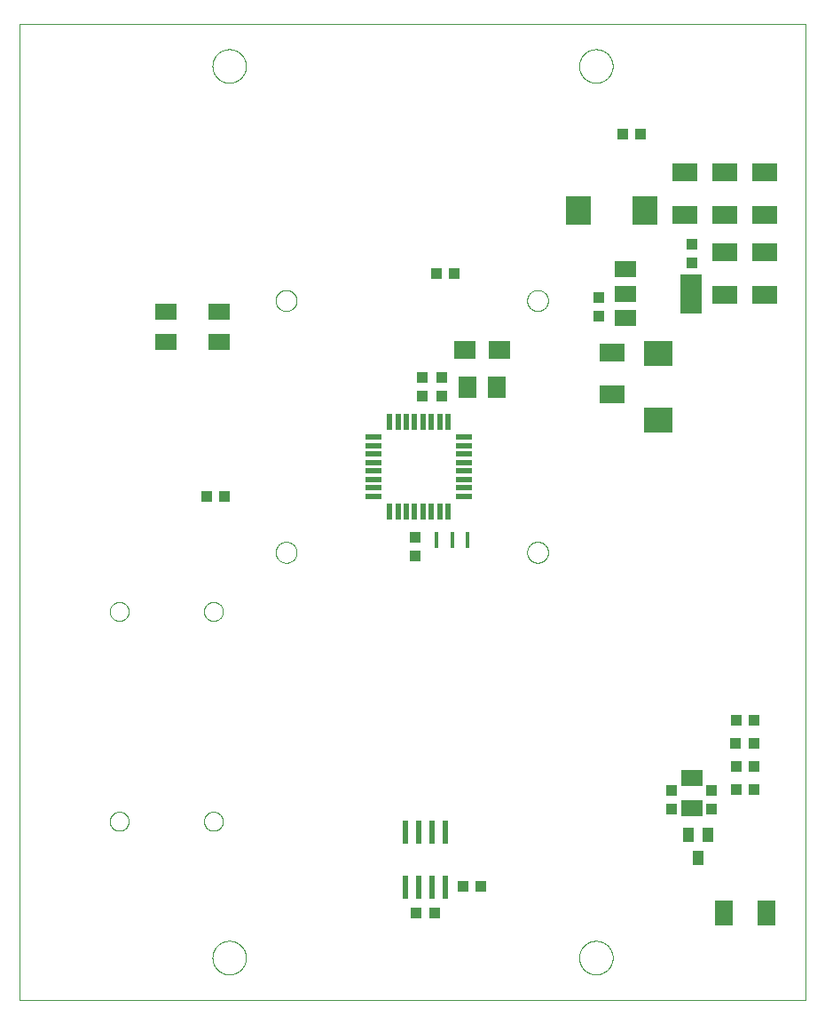
<source format=gtp>
G75*
%MOIN*%
%OFA0B0*%
%FSLAX25Y25*%
%IPPOS*%
%LPD*%
%AMOC8*
5,1,8,0,0,1.08239X$1,22.5*
%
%ADD10C,0.00000*%
%ADD11R,0.04134X0.04252*%
%ADD12R,0.08465X0.07087*%
%ADD13R,0.04252X0.04134*%
%ADD14R,0.03937X0.04331*%
%ADD15R,0.09449X0.11024*%
%ADD16R,0.11024X0.09449*%
%ADD17R,0.09449X0.07087*%
%ADD18R,0.07087X0.09449*%
%ADD19R,0.02000X0.06000*%
%ADD20R,0.06000X0.02000*%
%ADD21R,0.02362X0.08661*%
%ADD22R,0.07874X0.05906*%
%ADD23R,0.07874X0.14961*%
%ADD24R,0.03937X0.05512*%
%ADD25R,0.07874X0.06299*%
%ADD26R,0.04331X0.03937*%
%ADD27R,0.07087X0.07874*%
%ADD28R,0.01575X0.06299*%
D10*
X0001600Y0001600D02*
X0001600Y0367742D01*
X0296876Y0367742D01*
X0296876Y0001600D01*
X0001600Y0001600D01*
X0035468Y0068529D02*
X0035470Y0068648D01*
X0035476Y0068766D01*
X0035486Y0068884D01*
X0035500Y0069002D01*
X0035517Y0069119D01*
X0035539Y0069236D01*
X0035565Y0069352D01*
X0035594Y0069467D01*
X0035627Y0069581D01*
X0035664Y0069693D01*
X0035705Y0069805D01*
X0035750Y0069915D01*
X0035798Y0070023D01*
X0035850Y0070130D01*
X0035905Y0070235D01*
X0035964Y0070338D01*
X0036026Y0070439D01*
X0036091Y0070538D01*
X0036160Y0070635D01*
X0036232Y0070729D01*
X0036307Y0070821D01*
X0036385Y0070910D01*
X0036466Y0070997D01*
X0036550Y0071081D01*
X0036637Y0071162D01*
X0036726Y0071240D01*
X0036818Y0071315D01*
X0036912Y0071387D01*
X0037009Y0071456D01*
X0037108Y0071521D01*
X0037209Y0071583D01*
X0037312Y0071642D01*
X0037417Y0071697D01*
X0037524Y0071749D01*
X0037632Y0071797D01*
X0037742Y0071842D01*
X0037854Y0071883D01*
X0037966Y0071920D01*
X0038080Y0071953D01*
X0038195Y0071982D01*
X0038311Y0072008D01*
X0038428Y0072030D01*
X0038545Y0072047D01*
X0038663Y0072061D01*
X0038781Y0072071D01*
X0038899Y0072077D01*
X0039018Y0072079D01*
X0039137Y0072077D01*
X0039255Y0072071D01*
X0039373Y0072061D01*
X0039491Y0072047D01*
X0039608Y0072030D01*
X0039725Y0072008D01*
X0039841Y0071982D01*
X0039956Y0071953D01*
X0040070Y0071920D01*
X0040182Y0071883D01*
X0040294Y0071842D01*
X0040404Y0071797D01*
X0040512Y0071749D01*
X0040619Y0071697D01*
X0040724Y0071642D01*
X0040827Y0071583D01*
X0040928Y0071521D01*
X0041027Y0071456D01*
X0041124Y0071387D01*
X0041218Y0071315D01*
X0041310Y0071240D01*
X0041399Y0071162D01*
X0041486Y0071081D01*
X0041570Y0070997D01*
X0041651Y0070910D01*
X0041729Y0070821D01*
X0041804Y0070729D01*
X0041876Y0070635D01*
X0041945Y0070538D01*
X0042010Y0070439D01*
X0042072Y0070338D01*
X0042131Y0070235D01*
X0042186Y0070130D01*
X0042238Y0070023D01*
X0042286Y0069915D01*
X0042331Y0069805D01*
X0042372Y0069693D01*
X0042409Y0069581D01*
X0042442Y0069467D01*
X0042471Y0069352D01*
X0042497Y0069236D01*
X0042519Y0069119D01*
X0042536Y0069002D01*
X0042550Y0068884D01*
X0042560Y0068766D01*
X0042566Y0068648D01*
X0042568Y0068529D01*
X0042566Y0068410D01*
X0042560Y0068292D01*
X0042550Y0068174D01*
X0042536Y0068056D01*
X0042519Y0067939D01*
X0042497Y0067822D01*
X0042471Y0067706D01*
X0042442Y0067591D01*
X0042409Y0067477D01*
X0042372Y0067365D01*
X0042331Y0067253D01*
X0042286Y0067143D01*
X0042238Y0067035D01*
X0042186Y0066928D01*
X0042131Y0066823D01*
X0042072Y0066720D01*
X0042010Y0066619D01*
X0041945Y0066520D01*
X0041876Y0066423D01*
X0041804Y0066329D01*
X0041729Y0066237D01*
X0041651Y0066148D01*
X0041570Y0066061D01*
X0041486Y0065977D01*
X0041399Y0065896D01*
X0041310Y0065818D01*
X0041218Y0065743D01*
X0041124Y0065671D01*
X0041027Y0065602D01*
X0040928Y0065537D01*
X0040827Y0065475D01*
X0040724Y0065416D01*
X0040619Y0065361D01*
X0040512Y0065309D01*
X0040404Y0065261D01*
X0040294Y0065216D01*
X0040182Y0065175D01*
X0040070Y0065138D01*
X0039956Y0065105D01*
X0039841Y0065076D01*
X0039725Y0065050D01*
X0039608Y0065028D01*
X0039491Y0065011D01*
X0039373Y0064997D01*
X0039255Y0064987D01*
X0039137Y0064981D01*
X0039018Y0064979D01*
X0038899Y0064981D01*
X0038781Y0064987D01*
X0038663Y0064997D01*
X0038545Y0065011D01*
X0038428Y0065028D01*
X0038311Y0065050D01*
X0038195Y0065076D01*
X0038080Y0065105D01*
X0037966Y0065138D01*
X0037854Y0065175D01*
X0037742Y0065216D01*
X0037632Y0065261D01*
X0037524Y0065309D01*
X0037417Y0065361D01*
X0037312Y0065416D01*
X0037209Y0065475D01*
X0037108Y0065537D01*
X0037009Y0065602D01*
X0036912Y0065671D01*
X0036818Y0065743D01*
X0036726Y0065818D01*
X0036637Y0065896D01*
X0036550Y0065977D01*
X0036466Y0066061D01*
X0036385Y0066148D01*
X0036307Y0066237D01*
X0036232Y0066329D01*
X0036160Y0066423D01*
X0036091Y0066520D01*
X0036026Y0066619D01*
X0035964Y0066720D01*
X0035905Y0066823D01*
X0035850Y0066928D01*
X0035798Y0067035D01*
X0035750Y0067143D01*
X0035705Y0067253D01*
X0035664Y0067365D01*
X0035627Y0067477D01*
X0035594Y0067591D01*
X0035565Y0067706D01*
X0035539Y0067822D01*
X0035517Y0067939D01*
X0035500Y0068056D01*
X0035486Y0068174D01*
X0035476Y0068292D01*
X0035470Y0068410D01*
X0035468Y0068529D01*
X0070868Y0068529D02*
X0070870Y0068648D01*
X0070876Y0068766D01*
X0070886Y0068884D01*
X0070900Y0069002D01*
X0070917Y0069119D01*
X0070939Y0069236D01*
X0070965Y0069352D01*
X0070994Y0069467D01*
X0071027Y0069581D01*
X0071064Y0069693D01*
X0071105Y0069805D01*
X0071150Y0069915D01*
X0071198Y0070023D01*
X0071250Y0070130D01*
X0071305Y0070235D01*
X0071364Y0070338D01*
X0071426Y0070439D01*
X0071491Y0070538D01*
X0071560Y0070635D01*
X0071632Y0070729D01*
X0071707Y0070821D01*
X0071785Y0070910D01*
X0071866Y0070997D01*
X0071950Y0071081D01*
X0072037Y0071162D01*
X0072126Y0071240D01*
X0072218Y0071315D01*
X0072312Y0071387D01*
X0072409Y0071456D01*
X0072508Y0071521D01*
X0072609Y0071583D01*
X0072712Y0071642D01*
X0072817Y0071697D01*
X0072924Y0071749D01*
X0073032Y0071797D01*
X0073142Y0071842D01*
X0073254Y0071883D01*
X0073366Y0071920D01*
X0073480Y0071953D01*
X0073595Y0071982D01*
X0073711Y0072008D01*
X0073828Y0072030D01*
X0073945Y0072047D01*
X0074063Y0072061D01*
X0074181Y0072071D01*
X0074299Y0072077D01*
X0074418Y0072079D01*
X0074537Y0072077D01*
X0074655Y0072071D01*
X0074773Y0072061D01*
X0074891Y0072047D01*
X0075008Y0072030D01*
X0075125Y0072008D01*
X0075241Y0071982D01*
X0075356Y0071953D01*
X0075470Y0071920D01*
X0075582Y0071883D01*
X0075694Y0071842D01*
X0075804Y0071797D01*
X0075912Y0071749D01*
X0076019Y0071697D01*
X0076124Y0071642D01*
X0076227Y0071583D01*
X0076328Y0071521D01*
X0076427Y0071456D01*
X0076524Y0071387D01*
X0076618Y0071315D01*
X0076710Y0071240D01*
X0076799Y0071162D01*
X0076886Y0071081D01*
X0076970Y0070997D01*
X0077051Y0070910D01*
X0077129Y0070821D01*
X0077204Y0070729D01*
X0077276Y0070635D01*
X0077345Y0070538D01*
X0077410Y0070439D01*
X0077472Y0070338D01*
X0077531Y0070235D01*
X0077586Y0070130D01*
X0077638Y0070023D01*
X0077686Y0069915D01*
X0077731Y0069805D01*
X0077772Y0069693D01*
X0077809Y0069581D01*
X0077842Y0069467D01*
X0077871Y0069352D01*
X0077897Y0069236D01*
X0077919Y0069119D01*
X0077936Y0069002D01*
X0077950Y0068884D01*
X0077960Y0068766D01*
X0077966Y0068648D01*
X0077968Y0068529D01*
X0077966Y0068410D01*
X0077960Y0068292D01*
X0077950Y0068174D01*
X0077936Y0068056D01*
X0077919Y0067939D01*
X0077897Y0067822D01*
X0077871Y0067706D01*
X0077842Y0067591D01*
X0077809Y0067477D01*
X0077772Y0067365D01*
X0077731Y0067253D01*
X0077686Y0067143D01*
X0077638Y0067035D01*
X0077586Y0066928D01*
X0077531Y0066823D01*
X0077472Y0066720D01*
X0077410Y0066619D01*
X0077345Y0066520D01*
X0077276Y0066423D01*
X0077204Y0066329D01*
X0077129Y0066237D01*
X0077051Y0066148D01*
X0076970Y0066061D01*
X0076886Y0065977D01*
X0076799Y0065896D01*
X0076710Y0065818D01*
X0076618Y0065743D01*
X0076524Y0065671D01*
X0076427Y0065602D01*
X0076328Y0065537D01*
X0076227Y0065475D01*
X0076124Y0065416D01*
X0076019Y0065361D01*
X0075912Y0065309D01*
X0075804Y0065261D01*
X0075694Y0065216D01*
X0075582Y0065175D01*
X0075470Y0065138D01*
X0075356Y0065105D01*
X0075241Y0065076D01*
X0075125Y0065050D01*
X0075008Y0065028D01*
X0074891Y0065011D01*
X0074773Y0064997D01*
X0074655Y0064987D01*
X0074537Y0064981D01*
X0074418Y0064979D01*
X0074299Y0064981D01*
X0074181Y0064987D01*
X0074063Y0064997D01*
X0073945Y0065011D01*
X0073828Y0065028D01*
X0073711Y0065050D01*
X0073595Y0065076D01*
X0073480Y0065105D01*
X0073366Y0065138D01*
X0073254Y0065175D01*
X0073142Y0065216D01*
X0073032Y0065261D01*
X0072924Y0065309D01*
X0072817Y0065361D01*
X0072712Y0065416D01*
X0072609Y0065475D01*
X0072508Y0065537D01*
X0072409Y0065602D01*
X0072312Y0065671D01*
X0072218Y0065743D01*
X0072126Y0065818D01*
X0072037Y0065896D01*
X0071950Y0065977D01*
X0071866Y0066061D01*
X0071785Y0066148D01*
X0071707Y0066237D01*
X0071632Y0066329D01*
X0071560Y0066423D01*
X0071491Y0066520D01*
X0071426Y0066619D01*
X0071364Y0066720D01*
X0071305Y0066823D01*
X0071250Y0066928D01*
X0071198Y0067035D01*
X0071150Y0067143D01*
X0071105Y0067253D01*
X0071064Y0067365D01*
X0071027Y0067477D01*
X0070994Y0067591D01*
X0070965Y0067706D01*
X0070939Y0067822D01*
X0070917Y0067939D01*
X0070900Y0068056D01*
X0070886Y0068174D01*
X0070876Y0068292D01*
X0070870Y0068410D01*
X0070868Y0068529D01*
X0074041Y0017348D02*
X0074043Y0017506D01*
X0074049Y0017664D01*
X0074059Y0017822D01*
X0074073Y0017980D01*
X0074091Y0018137D01*
X0074112Y0018294D01*
X0074138Y0018450D01*
X0074168Y0018606D01*
X0074201Y0018761D01*
X0074239Y0018914D01*
X0074280Y0019067D01*
X0074325Y0019219D01*
X0074374Y0019370D01*
X0074427Y0019519D01*
X0074483Y0019667D01*
X0074543Y0019813D01*
X0074607Y0019958D01*
X0074675Y0020101D01*
X0074746Y0020243D01*
X0074820Y0020383D01*
X0074898Y0020520D01*
X0074980Y0020656D01*
X0075064Y0020790D01*
X0075153Y0020921D01*
X0075244Y0021050D01*
X0075339Y0021177D01*
X0075436Y0021302D01*
X0075537Y0021424D01*
X0075641Y0021543D01*
X0075748Y0021660D01*
X0075858Y0021774D01*
X0075971Y0021885D01*
X0076086Y0021994D01*
X0076204Y0022099D01*
X0076325Y0022201D01*
X0076448Y0022301D01*
X0076574Y0022397D01*
X0076702Y0022490D01*
X0076832Y0022580D01*
X0076965Y0022666D01*
X0077100Y0022750D01*
X0077236Y0022829D01*
X0077375Y0022906D01*
X0077516Y0022978D01*
X0077658Y0023048D01*
X0077802Y0023113D01*
X0077948Y0023175D01*
X0078095Y0023233D01*
X0078244Y0023288D01*
X0078394Y0023339D01*
X0078545Y0023386D01*
X0078697Y0023429D01*
X0078850Y0023468D01*
X0079005Y0023504D01*
X0079160Y0023535D01*
X0079316Y0023563D01*
X0079472Y0023587D01*
X0079629Y0023607D01*
X0079787Y0023623D01*
X0079944Y0023635D01*
X0080103Y0023643D01*
X0080261Y0023647D01*
X0080419Y0023647D01*
X0080577Y0023643D01*
X0080736Y0023635D01*
X0080893Y0023623D01*
X0081051Y0023607D01*
X0081208Y0023587D01*
X0081364Y0023563D01*
X0081520Y0023535D01*
X0081675Y0023504D01*
X0081830Y0023468D01*
X0081983Y0023429D01*
X0082135Y0023386D01*
X0082286Y0023339D01*
X0082436Y0023288D01*
X0082585Y0023233D01*
X0082732Y0023175D01*
X0082878Y0023113D01*
X0083022Y0023048D01*
X0083164Y0022978D01*
X0083305Y0022906D01*
X0083444Y0022829D01*
X0083580Y0022750D01*
X0083715Y0022666D01*
X0083848Y0022580D01*
X0083978Y0022490D01*
X0084106Y0022397D01*
X0084232Y0022301D01*
X0084355Y0022201D01*
X0084476Y0022099D01*
X0084594Y0021994D01*
X0084709Y0021885D01*
X0084822Y0021774D01*
X0084932Y0021660D01*
X0085039Y0021543D01*
X0085143Y0021424D01*
X0085244Y0021302D01*
X0085341Y0021177D01*
X0085436Y0021050D01*
X0085527Y0020921D01*
X0085616Y0020790D01*
X0085700Y0020656D01*
X0085782Y0020520D01*
X0085860Y0020383D01*
X0085934Y0020243D01*
X0086005Y0020101D01*
X0086073Y0019958D01*
X0086137Y0019813D01*
X0086197Y0019667D01*
X0086253Y0019519D01*
X0086306Y0019370D01*
X0086355Y0019219D01*
X0086400Y0019067D01*
X0086441Y0018914D01*
X0086479Y0018761D01*
X0086512Y0018606D01*
X0086542Y0018450D01*
X0086568Y0018294D01*
X0086589Y0018137D01*
X0086607Y0017980D01*
X0086621Y0017822D01*
X0086631Y0017664D01*
X0086637Y0017506D01*
X0086639Y0017348D01*
X0086637Y0017190D01*
X0086631Y0017032D01*
X0086621Y0016874D01*
X0086607Y0016716D01*
X0086589Y0016559D01*
X0086568Y0016402D01*
X0086542Y0016246D01*
X0086512Y0016090D01*
X0086479Y0015935D01*
X0086441Y0015782D01*
X0086400Y0015629D01*
X0086355Y0015477D01*
X0086306Y0015326D01*
X0086253Y0015177D01*
X0086197Y0015029D01*
X0086137Y0014883D01*
X0086073Y0014738D01*
X0086005Y0014595D01*
X0085934Y0014453D01*
X0085860Y0014313D01*
X0085782Y0014176D01*
X0085700Y0014040D01*
X0085616Y0013906D01*
X0085527Y0013775D01*
X0085436Y0013646D01*
X0085341Y0013519D01*
X0085244Y0013394D01*
X0085143Y0013272D01*
X0085039Y0013153D01*
X0084932Y0013036D01*
X0084822Y0012922D01*
X0084709Y0012811D01*
X0084594Y0012702D01*
X0084476Y0012597D01*
X0084355Y0012495D01*
X0084232Y0012395D01*
X0084106Y0012299D01*
X0083978Y0012206D01*
X0083848Y0012116D01*
X0083715Y0012030D01*
X0083580Y0011946D01*
X0083444Y0011867D01*
X0083305Y0011790D01*
X0083164Y0011718D01*
X0083022Y0011648D01*
X0082878Y0011583D01*
X0082732Y0011521D01*
X0082585Y0011463D01*
X0082436Y0011408D01*
X0082286Y0011357D01*
X0082135Y0011310D01*
X0081983Y0011267D01*
X0081830Y0011228D01*
X0081675Y0011192D01*
X0081520Y0011161D01*
X0081364Y0011133D01*
X0081208Y0011109D01*
X0081051Y0011089D01*
X0080893Y0011073D01*
X0080736Y0011061D01*
X0080577Y0011053D01*
X0080419Y0011049D01*
X0080261Y0011049D01*
X0080103Y0011053D01*
X0079944Y0011061D01*
X0079787Y0011073D01*
X0079629Y0011089D01*
X0079472Y0011109D01*
X0079316Y0011133D01*
X0079160Y0011161D01*
X0079005Y0011192D01*
X0078850Y0011228D01*
X0078697Y0011267D01*
X0078545Y0011310D01*
X0078394Y0011357D01*
X0078244Y0011408D01*
X0078095Y0011463D01*
X0077948Y0011521D01*
X0077802Y0011583D01*
X0077658Y0011648D01*
X0077516Y0011718D01*
X0077375Y0011790D01*
X0077236Y0011867D01*
X0077100Y0011946D01*
X0076965Y0012030D01*
X0076832Y0012116D01*
X0076702Y0012206D01*
X0076574Y0012299D01*
X0076448Y0012395D01*
X0076325Y0012495D01*
X0076204Y0012597D01*
X0076086Y0012702D01*
X0075971Y0012811D01*
X0075858Y0012922D01*
X0075748Y0013036D01*
X0075641Y0013153D01*
X0075537Y0013272D01*
X0075436Y0013394D01*
X0075339Y0013519D01*
X0075244Y0013646D01*
X0075153Y0013775D01*
X0075064Y0013906D01*
X0074980Y0014040D01*
X0074898Y0014176D01*
X0074820Y0014313D01*
X0074746Y0014453D01*
X0074675Y0014595D01*
X0074607Y0014738D01*
X0074543Y0014883D01*
X0074483Y0015029D01*
X0074427Y0015177D01*
X0074374Y0015326D01*
X0074325Y0015477D01*
X0074280Y0015629D01*
X0074239Y0015782D01*
X0074201Y0015935D01*
X0074168Y0016090D01*
X0074138Y0016246D01*
X0074112Y0016402D01*
X0074091Y0016559D01*
X0074073Y0016716D01*
X0074059Y0016874D01*
X0074049Y0017032D01*
X0074043Y0017190D01*
X0074041Y0017348D01*
X0070868Y0147269D02*
X0070870Y0147388D01*
X0070876Y0147506D01*
X0070886Y0147624D01*
X0070900Y0147742D01*
X0070917Y0147859D01*
X0070939Y0147976D01*
X0070965Y0148092D01*
X0070994Y0148207D01*
X0071027Y0148321D01*
X0071064Y0148433D01*
X0071105Y0148545D01*
X0071150Y0148655D01*
X0071198Y0148763D01*
X0071250Y0148870D01*
X0071305Y0148975D01*
X0071364Y0149078D01*
X0071426Y0149179D01*
X0071491Y0149278D01*
X0071560Y0149375D01*
X0071632Y0149469D01*
X0071707Y0149561D01*
X0071785Y0149650D01*
X0071866Y0149737D01*
X0071950Y0149821D01*
X0072037Y0149902D01*
X0072126Y0149980D01*
X0072218Y0150055D01*
X0072312Y0150127D01*
X0072409Y0150196D01*
X0072508Y0150261D01*
X0072609Y0150323D01*
X0072712Y0150382D01*
X0072817Y0150437D01*
X0072924Y0150489D01*
X0073032Y0150537D01*
X0073142Y0150582D01*
X0073254Y0150623D01*
X0073366Y0150660D01*
X0073480Y0150693D01*
X0073595Y0150722D01*
X0073711Y0150748D01*
X0073828Y0150770D01*
X0073945Y0150787D01*
X0074063Y0150801D01*
X0074181Y0150811D01*
X0074299Y0150817D01*
X0074418Y0150819D01*
X0074537Y0150817D01*
X0074655Y0150811D01*
X0074773Y0150801D01*
X0074891Y0150787D01*
X0075008Y0150770D01*
X0075125Y0150748D01*
X0075241Y0150722D01*
X0075356Y0150693D01*
X0075470Y0150660D01*
X0075582Y0150623D01*
X0075694Y0150582D01*
X0075804Y0150537D01*
X0075912Y0150489D01*
X0076019Y0150437D01*
X0076124Y0150382D01*
X0076227Y0150323D01*
X0076328Y0150261D01*
X0076427Y0150196D01*
X0076524Y0150127D01*
X0076618Y0150055D01*
X0076710Y0149980D01*
X0076799Y0149902D01*
X0076886Y0149821D01*
X0076970Y0149737D01*
X0077051Y0149650D01*
X0077129Y0149561D01*
X0077204Y0149469D01*
X0077276Y0149375D01*
X0077345Y0149278D01*
X0077410Y0149179D01*
X0077472Y0149078D01*
X0077531Y0148975D01*
X0077586Y0148870D01*
X0077638Y0148763D01*
X0077686Y0148655D01*
X0077731Y0148545D01*
X0077772Y0148433D01*
X0077809Y0148321D01*
X0077842Y0148207D01*
X0077871Y0148092D01*
X0077897Y0147976D01*
X0077919Y0147859D01*
X0077936Y0147742D01*
X0077950Y0147624D01*
X0077960Y0147506D01*
X0077966Y0147388D01*
X0077968Y0147269D01*
X0077966Y0147150D01*
X0077960Y0147032D01*
X0077950Y0146914D01*
X0077936Y0146796D01*
X0077919Y0146679D01*
X0077897Y0146562D01*
X0077871Y0146446D01*
X0077842Y0146331D01*
X0077809Y0146217D01*
X0077772Y0146105D01*
X0077731Y0145993D01*
X0077686Y0145883D01*
X0077638Y0145775D01*
X0077586Y0145668D01*
X0077531Y0145563D01*
X0077472Y0145460D01*
X0077410Y0145359D01*
X0077345Y0145260D01*
X0077276Y0145163D01*
X0077204Y0145069D01*
X0077129Y0144977D01*
X0077051Y0144888D01*
X0076970Y0144801D01*
X0076886Y0144717D01*
X0076799Y0144636D01*
X0076710Y0144558D01*
X0076618Y0144483D01*
X0076524Y0144411D01*
X0076427Y0144342D01*
X0076328Y0144277D01*
X0076227Y0144215D01*
X0076124Y0144156D01*
X0076019Y0144101D01*
X0075912Y0144049D01*
X0075804Y0144001D01*
X0075694Y0143956D01*
X0075582Y0143915D01*
X0075470Y0143878D01*
X0075356Y0143845D01*
X0075241Y0143816D01*
X0075125Y0143790D01*
X0075008Y0143768D01*
X0074891Y0143751D01*
X0074773Y0143737D01*
X0074655Y0143727D01*
X0074537Y0143721D01*
X0074418Y0143719D01*
X0074299Y0143721D01*
X0074181Y0143727D01*
X0074063Y0143737D01*
X0073945Y0143751D01*
X0073828Y0143768D01*
X0073711Y0143790D01*
X0073595Y0143816D01*
X0073480Y0143845D01*
X0073366Y0143878D01*
X0073254Y0143915D01*
X0073142Y0143956D01*
X0073032Y0144001D01*
X0072924Y0144049D01*
X0072817Y0144101D01*
X0072712Y0144156D01*
X0072609Y0144215D01*
X0072508Y0144277D01*
X0072409Y0144342D01*
X0072312Y0144411D01*
X0072218Y0144483D01*
X0072126Y0144558D01*
X0072037Y0144636D01*
X0071950Y0144717D01*
X0071866Y0144801D01*
X0071785Y0144888D01*
X0071707Y0144977D01*
X0071632Y0145069D01*
X0071560Y0145163D01*
X0071491Y0145260D01*
X0071426Y0145359D01*
X0071364Y0145460D01*
X0071305Y0145563D01*
X0071250Y0145668D01*
X0071198Y0145775D01*
X0071150Y0145883D01*
X0071105Y0145993D01*
X0071064Y0146105D01*
X0071027Y0146217D01*
X0070994Y0146331D01*
X0070965Y0146446D01*
X0070939Y0146562D01*
X0070917Y0146679D01*
X0070900Y0146796D01*
X0070886Y0146914D01*
X0070876Y0147032D01*
X0070870Y0147150D01*
X0070868Y0147269D01*
X0035468Y0147269D02*
X0035470Y0147388D01*
X0035476Y0147506D01*
X0035486Y0147624D01*
X0035500Y0147742D01*
X0035517Y0147859D01*
X0035539Y0147976D01*
X0035565Y0148092D01*
X0035594Y0148207D01*
X0035627Y0148321D01*
X0035664Y0148433D01*
X0035705Y0148545D01*
X0035750Y0148655D01*
X0035798Y0148763D01*
X0035850Y0148870D01*
X0035905Y0148975D01*
X0035964Y0149078D01*
X0036026Y0149179D01*
X0036091Y0149278D01*
X0036160Y0149375D01*
X0036232Y0149469D01*
X0036307Y0149561D01*
X0036385Y0149650D01*
X0036466Y0149737D01*
X0036550Y0149821D01*
X0036637Y0149902D01*
X0036726Y0149980D01*
X0036818Y0150055D01*
X0036912Y0150127D01*
X0037009Y0150196D01*
X0037108Y0150261D01*
X0037209Y0150323D01*
X0037312Y0150382D01*
X0037417Y0150437D01*
X0037524Y0150489D01*
X0037632Y0150537D01*
X0037742Y0150582D01*
X0037854Y0150623D01*
X0037966Y0150660D01*
X0038080Y0150693D01*
X0038195Y0150722D01*
X0038311Y0150748D01*
X0038428Y0150770D01*
X0038545Y0150787D01*
X0038663Y0150801D01*
X0038781Y0150811D01*
X0038899Y0150817D01*
X0039018Y0150819D01*
X0039137Y0150817D01*
X0039255Y0150811D01*
X0039373Y0150801D01*
X0039491Y0150787D01*
X0039608Y0150770D01*
X0039725Y0150748D01*
X0039841Y0150722D01*
X0039956Y0150693D01*
X0040070Y0150660D01*
X0040182Y0150623D01*
X0040294Y0150582D01*
X0040404Y0150537D01*
X0040512Y0150489D01*
X0040619Y0150437D01*
X0040724Y0150382D01*
X0040827Y0150323D01*
X0040928Y0150261D01*
X0041027Y0150196D01*
X0041124Y0150127D01*
X0041218Y0150055D01*
X0041310Y0149980D01*
X0041399Y0149902D01*
X0041486Y0149821D01*
X0041570Y0149737D01*
X0041651Y0149650D01*
X0041729Y0149561D01*
X0041804Y0149469D01*
X0041876Y0149375D01*
X0041945Y0149278D01*
X0042010Y0149179D01*
X0042072Y0149078D01*
X0042131Y0148975D01*
X0042186Y0148870D01*
X0042238Y0148763D01*
X0042286Y0148655D01*
X0042331Y0148545D01*
X0042372Y0148433D01*
X0042409Y0148321D01*
X0042442Y0148207D01*
X0042471Y0148092D01*
X0042497Y0147976D01*
X0042519Y0147859D01*
X0042536Y0147742D01*
X0042550Y0147624D01*
X0042560Y0147506D01*
X0042566Y0147388D01*
X0042568Y0147269D01*
X0042566Y0147150D01*
X0042560Y0147032D01*
X0042550Y0146914D01*
X0042536Y0146796D01*
X0042519Y0146679D01*
X0042497Y0146562D01*
X0042471Y0146446D01*
X0042442Y0146331D01*
X0042409Y0146217D01*
X0042372Y0146105D01*
X0042331Y0145993D01*
X0042286Y0145883D01*
X0042238Y0145775D01*
X0042186Y0145668D01*
X0042131Y0145563D01*
X0042072Y0145460D01*
X0042010Y0145359D01*
X0041945Y0145260D01*
X0041876Y0145163D01*
X0041804Y0145069D01*
X0041729Y0144977D01*
X0041651Y0144888D01*
X0041570Y0144801D01*
X0041486Y0144717D01*
X0041399Y0144636D01*
X0041310Y0144558D01*
X0041218Y0144483D01*
X0041124Y0144411D01*
X0041027Y0144342D01*
X0040928Y0144277D01*
X0040827Y0144215D01*
X0040724Y0144156D01*
X0040619Y0144101D01*
X0040512Y0144049D01*
X0040404Y0144001D01*
X0040294Y0143956D01*
X0040182Y0143915D01*
X0040070Y0143878D01*
X0039956Y0143845D01*
X0039841Y0143816D01*
X0039725Y0143790D01*
X0039608Y0143768D01*
X0039491Y0143751D01*
X0039373Y0143737D01*
X0039255Y0143727D01*
X0039137Y0143721D01*
X0039018Y0143719D01*
X0038899Y0143721D01*
X0038781Y0143727D01*
X0038663Y0143737D01*
X0038545Y0143751D01*
X0038428Y0143768D01*
X0038311Y0143790D01*
X0038195Y0143816D01*
X0038080Y0143845D01*
X0037966Y0143878D01*
X0037854Y0143915D01*
X0037742Y0143956D01*
X0037632Y0144001D01*
X0037524Y0144049D01*
X0037417Y0144101D01*
X0037312Y0144156D01*
X0037209Y0144215D01*
X0037108Y0144277D01*
X0037009Y0144342D01*
X0036912Y0144411D01*
X0036818Y0144483D01*
X0036726Y0144558D01*
X0036637Y0144636D01*
X0036550Y0144717D01*
X0036466Y0144801D01*
X0036385Y0144888D01*
X0036307Y0144977D01*
X0036232Y0145069D01*
X0036160Y0145163D01*
X0036091Y0145260D01*
X0036026Y0145359D01*
X0035964Y0145460D01*
X0035905Y0145563D01*
X0035850Y0145668D01*
X0035798Y0145775D01*
X0035750Y0145883D01*
X0035705Y0145993D01*
X0035664Y0146105D01*
X0035627Y0146217D01*
X0035594Y0146331D01*
X0035565Y0146446D01*
X0035539Y0146562D01*
X0035517Y0146679D01*
X0035500Y0146796D01*
X0035486Y0146914D01*
X0035476Y0147032D01*
X0035470Y0147150D01*
X0035468Y0147269D01*
X0097801Y0169474D02*
X0097803Y0169599D01*
X0097809Y0169724D01*
X0097819Y0169848D01*
X0097833Y0169972D01*
X0097850Y0170096D01*
X0097872Y0170219D01*
X0097898Y0170341D01*
X0097927Y0170463D01*
X0097960Y0170583D01*
X0097998Y0170702D01*
X0098038Y0170821D01*
X0098083Y0170937D01*
X0098131Y0171052D01*
X0098183Y0171166D01*
X0098239Y0171278D01*
X0098298Y0171388D01*
X0098360Y0171496D01*
X0098426Y0171603D01*
X0098495Y0171707D01*
X0098568Y0171808D01*
X0098643Y0171908D01*
X0098722Y0172005D01*
X0098804Y0172099D01*
X0098889Y0172191D01*
X0098976Y0172280D01*
X0099067Y0172366D01*
X0099160Y0172449D01*
X0099256Y0172530D01*
X0099354Y0172607D01*
X0099454Y0172681D01*
X0099557Y0172752D01*
X0099662Y0172819D01*
X0099770Y0172884D01*
X0099879Y0172944D01*
X0099990Y0173002D01*
X0100103Y0173055D01*
X0100217Y0173105D01*
X0100333Y0173152D01*
X0100450Y0173194D01*
X0100569Y0173233D01*
X0100689Y0173269D01*
X0100810Y0173300D01*
X0100932Y0173328D01*
X0101054Y0173351D01*
X0101178Y0173371D01*
X0101302Y0173387D01*
X0101426Y0173399D01*
X0101551Y0173407D01*
X0101676Y0173411D01*
X0101800Y0173411D01*
X0101925Y0173407D01*
X0102050Y0173399D01*
X0102174Y0173387D01*
X0102298Y0173371D01*
X0102422Y0173351D01*
X0102544Y0173328D01*
X0102666Y0173300D01*
X0102787Y0173269D01*
X0102907Y0173233D01*
X0103026Y0173194D01*
X0103143Y0173152D01*
X0103259Y0173105D01*
X0103373Y0173055D01*
X0103486Y0173002D01*
X0103597Y0172944D01*
X0103707Y0172884D01*
X0103814Y0172819D01*
X0103919Y0172752D01*
X0104022Y0172681D01*
X0104122Y0172607D01*
X0104220Y0172530D01*
X0104316Y0172449D01*
X0104409Y0172366D01*
X0104500Y0172280D01*
X0104587Y0172191D01*
X0104672Y0172099D01*
X0104754Y0172005D01*
X0104833Y0171908D01*
X0104908Y0171808D01*
X0104981Y0171707D01*
X0105050Y0171603D01*
X0105116Y0171496D01*
X0105178Y0171388D01*
X0105237Y0171278D01*
X0105293Y0171166D01*
X0105345Y0171052D01*
X0105393Y0170937D01*
X0105438Y0170821D01*
X0105478Y0170702D01*
X0105516Y0170583D01*
X0105549Y0170463D01*
X0105578Y0170341D01*
X0105604Y0170219D01*
X0105626Y0170096D01*
X0105643Y0169972D01*
X0105657Y0169848D01*
X0105667Y0169724D01*
X0105673Y0169599D01*
X0105675Y0169474D01*
X0105673Y0169349D01*
X0105667Y0169224D01*
X0105657Y0169100D01*
X0105643Y0168976D01*
X0105626Y0168852D01*
X0105604Y0168729D01*
X0105578Y0168607D01*
X0105549Y0168485D01*
X0105516Y0168365D01*
X0105478Y0168246D01*
X0105438Y0168127D01*
X0105393Y0168011D01*
X0105345Y0167896D01*
X0105293Y0167782D01*
X0105237Y0167670D01*
X0105178Y0167560D01*
X0105116Y0167452D01*
X0105050Y0167345D01*
X0104981Y0167241D01*
X0104908Y0167140D01*
X0104833Y0167040D01*
X0104754Y0166943D01*
X0104672Y0166849D01*
X0104587Y0166757D01*
X0104500Y0166668D01*
X0104409Y0166582D01*
X0104316Y0166499D01*
X0104220Y0166418D01*
X0104122Y0166341D01*
X0104022Y0166267D01*
X0103919Y0166196D01*
X0103814Y0166129D01*
X0103706Y0166064D01*
X0103597Y0166004D01*
X0103486Y0165946D01*
X0103373Y0165893D01*
X0103259Y0165843D01*
X0103143Y0165796D01*
X0103026Y0165754D01*
X0102907Y0165715D01*
X0102787Y0165679D01*
X0102666Y0165648D01*
X0102544Y0165620D01*
X0102422Y0165597D01*
X0102298Y0165577D01*
X0102174Y0165561D01*
X0102050Y0165549D01*
X0101925Y0165541D01*
X0101800Y0165537D01*
X0101676Y0165537D01*
X0101551Y0165541D01*
X0101426Y0165549D01*
X0101302Y0165561D01*
X0101178Y0165577D01*
X0101054Y0165597D01*
X0100932Y0165620D01*
X0100810Y0165648D01*
X0100689Y0165679D01*
X0100569Y0165715D01*
X0100450Y0165754D01*
X0100333Y0165796D01*
X0100217Y0165843D01*
X0100103Y0165893D01*
X0099990Y0165946D01*
X0099879Y0166004D01*
X0099769Y0166064D01*
X0099662Y0166129D01*
X0099557Y0166196D01*
X0099454Y0166267D01*
X0099354Y0166341D01*
X0099256Y0166418D01*
X0099160Y0166499D01*
X0099067Y0166582D01*
X0098976Y0166668D01*
X0098889Y0166757D01*
X0098804Y0166849D01*
X0098722Y0166943D01*
X0098643Y0167040D01*
X0098568Y0167140D01*
X0098495Y0167241D01*
X0098426Y0167345D01*
X0098360Y0167452D01*
X0098298Y0167560D01*
X0098239Y0167670D01*
X0098183Y0167782D01*
X0098131Y0167896D01*
X0098083Y0168011D01*
X0098038Y0168127D01*
X0097998Y0168246D01*
X0097960Y0168365D01*
X0097927Y0168485D01*
X0097898Y0168607D01*
X0097872Y0168729D01*
X0097850Y0168852D01*
X0097833Y0168976D01*
X0097819Y0169100D01*
X0097809Y0169224D01*
X0097803Y0169349D01*
X0097801Y0169474D01*
X0097801Y0263962D02*
X0097803Y0264087D01*
X0097809Y0264212D01*
X0097819Y0264336D01*
X0097833Y0264460D01*
X0097850Y0264584D01*
X0097872Y0264707D01*
X0097898Y0264829D01*
X0097927Y0264951D01*
X0097960Y0265071D01*
X0097998Y0265190D01*
X0098038Y0265309D01*
X0098083Y0265425D01*
X0098131Y0265540D01*
X0098183Y0265654D01*
X0098239Y0265766D01*
X0098298Y0265876D01*
X0098360Y0265984D01*
X0098426Y0266091D01*
X0098495Y0266195D01*
X0098568Y0266296D01*
X0098643Y0266396D01*
X0098722Y0266493D01*
X0098804Y0266587D01*
X0098889Y0266679D01*
X0098976Y0266768D01*
X0099067Y0266854D01*
X0099160Y0266937D01*
X0099256Y0267018D01*
X0099354Y0267095D01*
X0099454Y0267169D01*
X0099557Y0267240D01*
X0099662Y0267307D01*
X0099770Y0267372D01*
X0099879Y0267432D01*
X0099990Y0267490D01*
X0100103Y0267543D01*
X0100217Y0267593D01*
X0100333Y0267640D01*
X0100450Y0267682D01*
X0100569Y0267721D01*
X0100689Y0267757D01*
X0100810Y0267788D01*
X0100932Y0267816D01*
X0101054Y0267839D01*
X0101178Y0267859D01*
X0101302Y0267875D01*
X0101426Y0267887D01*
X0101551Y0267895D01*
X0101676Y0267899D01*
X0101800Y0267899D01*
X0101925Y0267895D01*
X0102050Y0267887D01*
X0102174Y0267875D01*
X0102298Y0267859D01*
X0102422Y0267839D01*
X0102544Y0267816D01*
X0102666Y0267788D01*
X0102787Y0267757D01*
X0102907Y0267721D01*
X0103026Y0267682D01*
X0103143Y0267640D01*
X0103259Y0267593D01*
X0103373Y0267543D01*
X0103486Y0267490D01*
X0103597Y0267432D01*
X0103707Y0267372D01*
X0103814Y0267307D01*
X0103919Y0267240D01*
X0104022Y0267169D01*
X0104122Y0267095D01*
X0104220Y0267018D01*
X0104316Y0266937D01*
X0104409Y0266854D01*
X0104500Y0266768D01*
X0104587Y0266679D01*
X0104672Y0266587D01*
X0104754Y0266493D01*
X0104833Y0266396D01*
X0104908Y0266296D01*
X0104981Y0266195D01*
X0105050Y0266091D01*
X0105116Y0265984D01*
X0105178Y0265876D01*
X0105237Y0265766D01*
X0105293Y0265654D01*
X0105345Y0265540D01*
X0105393Y0265425D01*
X0105438Y0265309D01*
X0105478Y0265190D01*
X0105516Y0265071D01*
X0105549Y0264951D01*
X0105578Y0264829D01*
X0105604Y0264707D01*
X0105626Y0264584D01*
X0105643Y0264460D01*
X0105657Y0264336D01*
X0105667Y0264212D01*
X0105673Y0264087D01*
X0105675Y0263962D01*
X0105673Y0263837D01*
X0105667Y0263712D01*
X0105657Y0263588D01*
X0105643Y0263464D01*
X0105626Y0263340D01*
X0105604Y0263217D01*
X0105578Y0263095D01*
X0105549Y0262973D01*
X0105516Y0262853D01*
X0105478Y0262734D01*
X0105438Y0262615D01*
X0105393Y0262499D01*
X0105345Y0262384D01*
X0105293Y0262270D01*
X0105237Y0262158D01*
X0105178Y0262048D01*
X0105116Y0261940D01*
X0105050Y0261833D01*
X0104981Y0261729D01*
X0104908Y0261628D01*
X0104833Y0261528D01*
X0104754Y0261431D01*
X0104672Y0261337D01*
X0104587Y0261245D01*
X0104500Y0261156D01*
X0104409Y0261070D01*
X0104316Y0260987D01*
X0104220Y0260906D01*
X0104122Y0260829D01*
X0104022Y0260755D01*
X0103919Y0260684D01*
X0103814Y0260617D01*
X0103706Y0260552D01*
X0103597Y0260492D01*
X0103486Y0260434D01*
X0103373Y0260381D01*
X0103259Y0260331D01*
X0103143Y0260284D01*
X0103026Y0260242D01*
X0102907Y0260203D01*
X0102787Y0260167D01*
X0102666Y0260136D01*
X0102544Y0260108D01*
X0102422Y0260085D01*
X0102298Y0260065D01*
X0102174Y0260049D01*
X0102050Y0260037D01*
X0101925Y0260029D01*
X0101800Y0260025D01*
X0101676Y0260025D01*
X0101551Y0260029D01*
X0101426Y0260037D01*
X0101302Y0260049D01*
X0101178Y0260065D01*
X0101054Y0260085D01*
X0100932Y0260108D01*
X0100810Y0260136D01*
X0100689Y0260167D01*
X0100569Y0260203D01*
X0100450Y0260242D01*
X0100333Y0260284D01*
X0100217Y0260331D01*
X0100103Y0260381D01*
X0099990Y0260434D01*
X0099879Y0260492D01*
X0099769Y0260552D01*
X0099662Y0260617D01*
X0099557Y0260684D01*
X0099454Y0260755D01*
X0099354Y0260829D01*
X0099256Y0260906D01*
X0099160Y0260987D01*
X0099067Y0261070D01*
X0098976Y0261156D01*
X0098889Y0261245D01*
X0098804Y0261337D01*
X0098722Y0261431D01*
X0098643Y0261528D01*
X0098568Y0261628D01*
X0098495Y0261729D01*
X0098426Y0261833D01*
X0098360Y0261940D01*
X0098298Y0262048D01*
X0098239Y0262158D01*
X0098183Y0262270D01*
X0098131Y0262384D01*
X0098083Y0262499D01*
X0098038Y0262615D01*
X0097998Y0262734D01*
X0097960Y0262853D01*
X0097927Y0262973D01*
X0097898Y0263095D01*
X0097872Y0263217D01*
X0097850Y0263340D01*
X0097833Y0263464D01*
X0097819Y0263588D01*
X0097809Y0263712D01*
X0097803Y0263837D01*
X0097801Y0263962D01*
X0074041Y0351994D02*
X0074043Y0352152D01*
X0074049Y0352310D01*
X0074059Y0352468D01*
X0074073Y0352626D01*
X0074091Y0352783D01*
X0074112Y0352940D01*
X0074138Y0353096D01*
X0074168Y0353252D01*
X0074201Y0353407D01*
X0074239Y0353560D01*
X0074280Y0353713D01*
X0074325Y0353865D01*
X0074374Y0354016D01*
X0074427Y0354165D01*
X0074483Y0354313D01*
X0074543Y0354459D01*
X0074607Y0354604D01*
X0074675Y0354747D01*
X0074746Y0354889D01*
X0074820Y0355029D01*
X0074898Y0355166D01*
X0074980Y0355302D01*
X0075064Y0355436D01*
X0075153Y0355567D01*
X0075244Y0355696D01*
X0075339Y0355823D01*
X0075436Y0355948D01*
X0075537Y0356070D01*
X0075641Y0356189D01*
X0075748Y0356306D01*
X0075858Y0356420D01*
X0075971Y0356531D01*
X0076086Y0356640D01*
X0076204Y0356745D01*
X0076325Y0356847D01*
X0076448Y0356947D01*
X0076574Y0357043D01*
X0076702Y0357136D01*
X0076832Y0357226D01*
X0076965Y0357312D01*
X0077100Y0357396D01*
X0077236Y0357475D01*
X0077375Y0357552D01*
X0077516Y0357624D01*
X0077658Y0357694D01*
X0077802Y0357759D01*
X0077948Y0357821D01*
X0078095Y0357879D01*
X0078244Y0357934D01*
X0078394Y0357985D01*
X0078545Y0358032D01*
X0078697Y0358075D01*
X0078850Y0358114D01*
X0079005Y0358150D01*
X0079160Y0358181D01*
X0079316Y0358209D01*
X0079472Y0358233D01*
X0079629Y0358253D01*
X0079787Y0358269D01*
X0079944Y0358281D01*
X0080103Y0358289D01*
X0080261Y0358293D01*
X0080419Y0358293D01*
X0080577Y0358289D01*
X0080736Y0358281D01*
X0080893Y0358269D01*
X0081051Y0358253D01*
X0081208Y0358233D01*
X0081364Y0358209D01*
X0081520Y0358181D01*
X0081675Y0358150D01*
X0081830Y0358114D01*
X0081983Y0358075D01*
X0082135Y0358032D01*
X0082286Y0357985D01*
X0082436Y0357934D01*
X0082585Y0357879D01*
X0082732Y0357821D01*
X0082878Y0357759D01*
X0083022Y0357694D01*
X0083164Y0357624D01*
X0083305Y0357552D01*
X0083444Y0357475D01*
X0083580Y0357396D01*
X0083715Y0357312D01*
X0083848Y0357226D01*
X0083978Y0357136D01*
X0084106Y0357043D01*
X0084232Y0356947D01*
X0084355Y0356847D01*
X0084476Y0356745D01*
X0084594Y0356640D01*
X0084709Y0356531D01*
X0084822Y0356420D01*
X0084932Y0356306D01*
X0085039Y0356189D01*
X0085143Y0356070D01*
X0085244Y0355948D01*
X0085341Y0355823D01*
X0085436Y0355696D01*
X0085527Y0355567D01*
X0085616Y0355436D01*
X0085700Y0355302D01*
X0085782Y0355166D01*
X0085860Y0355029D01*
X0085934Y0354889D01*
X0086005Y0354747D01*
X0086073Y0354604D01*
X0086137Y0354459D01*
X0086197Y0354313D01*
X0086253Y0354165D01*
X0086306Y0354016D01*
X0086355Y0353865D01*
X0086400Y0353713D01*
X0086441Y0353560D01*
X0086479Y0353407D01*
X0086512Y0353252D01*
X0086542Y0353096D01*
X0086568Y0352940D01*
X0086589Y0352783D01*
X0086607Y0352626D01*
X0086621Y0352468D01*
X0086631Y0352310D01*
X0086637Y0352152D01*
X0086639Y0351994D01*
X0086637Y0351836D01*
X0086631Y0351678D01*
X0086621Y0351520D01*
X0086607Y0351362D01*
X0086589Y0351205D01*
X0086568Y0351048D01*
X0086542Y0350892D01*
X0086512Y0350736D01*
X0086479Y0350581D01*
X0086441Y0350428D01*
X0086400Y0350275D01*
X0086355Y0350123D01*
X0086306Y0349972D01*
X0086253Y0349823D01*
X0086197Y0349675D01*
X0086137Y0349529D01*
X0086073Y0349384D01*
X0086005Y0349241D01*
X0085934Y0349099D01*
X0085860Y0348959D01*
X0085782Y0348822D01*
X0085700Y0348686D01*
X0085616Y0348552D01*
X0085527Y0348421D01*
X0085436Y0348292D01*
X0085341Y0348165D01*
X0085244Y0348040D01*
X0085143Y0347918D01*
X0085039Y0347799D01*
X0084932Y0347682D01*
X0084822Y0347568D01*
X0084709Y0347457D01*
X0084594Y0347348D01*
X0084476Y0347243D01*
X0084355Y0347141D01*
X0084232Y0347041D01*
X0084106Y0346945D01*
X0083978Y0346852D01*
X0083848Y0346762D01*
X0083715Y0346676D01*
X0083580Y0346592D01*
X0083444Y0346513D01*
X0083305Y0346436D01*
X0083164Y0346364D01*
X0083022Y0346294D01*
X0082878Y0346229D01*
X0082732Y0346167D01*
X0082585Y0346109D01*
X0082436Y0346054D01*
X0082286Y0346003D01*
X0082135Y0345956D01*
X0081983Y0345913D01*
X0081830Y0345874D01*
X0081675Y0345838D01*
X0081520Y0345807D01*
X0081364Y0345779D01*
X0081208Y0345755D01*
X0081051Y0345735D01*
X0080893Y0345719D01*
X0080736Y0345707D01*
X0080577Y0345699D01*
X0080419Y0345695D01*
X0080261Y0345695D01*
X0080103Y0345699D01*
X0079944Y0345707D01*
X0079787Y0345719D01*
X0079629Y0345735D01*
X0079472Y0345755D01*
X0079316Y0345779D01*
X0079160Y0345807D01*
X0079005Y0345838D01*
X0078850Y0345874D01*
X0078697Y0345913D01*
X0078545Y0345956D01*
X0078394Y0346003D01*
X0078244Y0346054D01*
X0078095Y0346109D01*
X0077948Y0346167D01*
X0077802Y0346229D01*
X0077658Y0346294D01*
X0077516Y0346364D01*
X0077375Y0346436D01*
X0077236Y0346513D01*
X0077100Y0346592D01*
X0076965Y0346676D01*
X0076832Y0346762D01*
X0076702Y0346852D01*
X0076574Y0346945D01*
X0076448Y0347041D01*
X0076325Y0347141D01*
X0076204Y0347243D01*
X0076086Y0347348D01*
X0075971Y0347457D01*
X0075858Y0347568D01*
X0075748Y0347682D01*
X0075641Y0347799D01*
X0075537Y0347918D01*
X0075436Y0348040D01*
X0075339Y0348165D01*
X0075244Y0348292D01*
X0075153Y0348421D01*
X0075064Y0348552D01*
X0074980Y0348686D01*
X0074898Y0348822D01*
X0074820Y0348959D01*
X0074746Y0349099D01*
X0074675Y0349241D01*
X0074607Y0349384D01*
X0074543Y0349529D01*
X0074483Y0349675D01*
X0074427Y0349823D01*
X0074374Y0349972D01*
X0074325Y0350123D01*
X0074280Y0350275D01*
X0074239Y0350428D01*
X0074201Y0350581D01*
X0074168Y0350736D01*
X0074138Y0350892D01*
X0074112Y0351048D01*
X0074091Y0351205D01*
X0074073Y0351362D01*
X0074059Y0351520D01*
X0074049Y0351678D01*
X0074043Y0351836D01*
X0074041Y0351994D01*
X0192289Y0263962D02*
X0192291Y0264087D01*
X0192297Y0264212D01*
X0192307Y0264336D01*
X0192321Y0264460D01*
X0192338Y0264584D01*
X0192360Y0264707D01*
X0192386Y0264829D01*
X0192415Y0264951D01*
X0192448Y0265071D01*
X0192486Y0265190D01*
X0192526Y0265309D01*
X0192571Y0265425D01*
X0192619Y0265540D01*
X0192671Y0265654D01*
X0192727Y0265766D01*
X0192786Y0265876D01*
X0192848Y0265984D01*
X0192914Y0266091D01*
X0192983Y0266195D01*
X0193056Y0266296D01*
X0193131Y0266396D01*
X0193210Y0266493D01*
X0193292Y0266587D01*
X0193377Y0266679D01*
X0193464Y0266768D01*
X0193555Y0266854D01*
X0193648Y0266937D01*
X0193744Y0267018D01*
X0193842Y0267095D01*
X0193942Y0267169D01*
X0194045Y0267240D01*
X0194150Y0267307D01*
X0194258Y0267372D01*
X0194367Y0267432D01*
X0194478Y0267490D01*
X0194591Y0267543D01*
X0194705Y0267593D01*
X0194821Y0267640D01*
X0194938Y0267682D01*
X0195057Y0267721D01*
X0195177Y0267757D01*
X0195298Y0267788D01*
X0195420Y0267816D01*
X0195542Y0267839D01*
X0195666Y0267859D01*
X0195790Y0267875D01*
X0195914Y0267887D01*
X0196039Y0267895D01*
X0196164Y0267899D01*
X0196288Y0267899D01*
X0196413Y0267895D01*
X0196538Y0267887D01*
X0196662Y0267875D01*
X0196786Y0267859D01*
X0196910Y0267839D01*
X0197032Y0267816D01*
X0197154Y0267788D01*
X0197275Y0267757D01*
X0197395Y0267721D01*
X0197514Y0267682D01*
X0197631Y0267640D01*
X0197747Y0267593D01*
X0197861Y0267543D01*
X0197974Y0267490D01*
X0198085Y0267432D01*
X0198195Y0267372D01*
X0198302Y0267307D01*
X0198407Y0267240D01*
X0198510Y0267169D01*
X0198610Y0267095D01*
X0198708Y0267018D01*
X0198804Y0266937D01*
X0198897Y0266854D01*
X0198988Y0266768D01*
X0199075Y0266679D01*
X0199160Y0266587D01*
X0199242Y0266493D01*
X0199321Y0266396D01*
X0199396Y0266296D01*
X0199469Y0266195D01*
X0199538Y0266091D01*
X0199604Y0265984D01*
X0199666Y0265876D01*
X0199725Y0265766D01*
X0199781Y0265654D01*
X0199833Y0265540D01*
X0199881Y0265425D01*
X0199926Y0265309D01*
X0199966Y0265190D01*
X0200004Y0265071D01*
X0200037Y0264951D01*
X0200066Y0264829D01*
X0200092Y0264707D01*
X0200114Y0264584D01*
X0200131Y0264460D01*
X0200145Y0264336D01*
X0200155Y0264212D01*
X0200161Y0264087D01*
X0200163Y0263962D01*
X0200161Y0263837D01*
X0200155Y0263712D01*
X0200145Y0263588D01*
X0200131Y0263464D01*
X0200114Y0263340D01*
X0200092Y0263217D01*
X0200066Y0263095D01*
X0200037Y0262973D01*
X0200004Y0262853D01*
X0199966Y0262734D01*
X0199926Y0262615D01*
X0199881Y0262499D01*
X0199833Y0262384D01*
X0199781Y0262270D01*
X0199725Y0262158D01*
X0199666Y0262048D01*
X0199604Y0261940D01*
X0199538Y0261833D01*
X0199469Y0261729D01*
X0199396Y0261628D01*
X0199321Y0261528D01*
X0199242Y0261431D01*
X0199160Y0261337D01*
X0199075Y0261245D01*
X0198988Y0261156D01*
X0198897Y0261070D01*
X0198804Y0260987D01*
X0198708Y0260906D01*
X0198610Y0260829D01*
X0198510Y0260755D01*
X0198407Y0260684D01*
X0198302Y0260617D01*
X0198194Y0260552D01*
X0198085Y0260492D01*
X0197974Y0260434D01*
X0197861Y0260381D01*
X0197747Y0260331D01*
X0197631Y0260284D01*
X0197514Y0260242D01*
X0197395Y0260203D01*
X0197275Y0260167D01*
X0197154Y0260136D01*
X0197032Y0260108D01*
X0196910Y0260085D01*
X0196786Y0260065D01*
X0196662Y0260049D01*
X0196538Y0260037D01*
X0196413Y0260029D01*
X0196288Y0260025D01*
X0196164Y0260025D01*
X0196039Y0260029D01*
X0195914Y0260037D01*
X0195790Y0260049D01*
X0195666Y0260065D01*
X0195542Y0260085D01*
X0195420Y0260108D01*
X0195298Y0260136D01*
X0195177Y0260167D01*
X0195057Y0260203D01*
X0194938Y0260242D01*
X0194821Y0260284D01*
X0194705Y0260331D01*
X0194591Y0260381D01*
X0194478Y0260434D01*
X0194367Y0260492D01*
X0194257Y0260552D01*
X0194150Y0260617D01*
X0194045Y0260684D01*
X0193942Y0260755D01*
X0193842Y0260829D01*
X0193744Y0260906D01*
X0193648Y0260987D01*
X0193555Y0261070D01*
X0193464Y0261156D01*
X0193377Y0261245D01*
X0193292Y0261337D01*
X0193210Y0261431D01*
X0193131Y0261528D01*
X0193056Y0261628D01*
X0192983Y0261729D01*
X0192914Y0261833D01*
X0192848Y0261940D01*
X0192786Y0262048D01*
X0192727Y0262158D01*
X0192671Y0262270D01*
X0192619Y0262384D01*
X0192571Y0262499D01*
X0192526Y0262615D01*
X0192486Y0262734D01*
X0192448Y0262853D01*
X0192415Y0262973D01*
X0192386Y0263095D01*
X0192360Y0263217D01*
X0192338Y0263340D01*
X0192321Y0263464D01*
X0192307Y0263588D01*
X0192297Y0263712D01*
X0192291Y0263837D01*
X0192289Y0263962D01*
X0211836Y0351994D02*
X0211838Y0352152D01*
X0211844Y0352310D01*
X0211854Y0352468D01*
X0211868Y0352626D01*
X0211886Y0352783D01*
X0211907Y0352940D01*
X0211933Y0353096D01*
X0211963Y0353252D01*
X0211996Y0353407D01*
X0212034Y0353560D01*
X0212075Y0353713D01*
X0212120Y0353865D01*
X0212169Y0354016D01*
X0212222Y0354165D01*
X0212278Y0354313D01*
X0212338Y0354459D01*
X0212402Y0354604D01*
X0212470Y0354747D01*
X0212541Y0354889D01*
X0212615Y0355029D01*
X0212693Y0355166D01*
X0212775Y0355302D01*
X0212859Y0355436D01*
X0212948Y0355567D01*
X0213039Y0355696D01*
X0213134Y0355823D01*
X0213231Y0355948D01*
X0213332Y0356070D01*
X0213436Y0356189D01*
X0213543Y0356306D01*
X0213653Y0356420D01*
X0213766Y0356531D01*
X0213881Y0356640D01*
X0213999Y0356745D01*
X0214120Y0356847D01*
X0214243Y0356947D01*
X0214369Y0357043D01*
X0214497Y0357136D01*
X0214627Y0357226D01*
X0214760Y0357312D01*
X0214895Y0357396D01*
X0215031Y0357475D01*
X0215170Y0357552D01*
X0215311Y0357624D01*
X0215453Y0357694D01*
X0215597Y0357759D01*
X0215743Y0357821D01*
X0215890Y0357879D01*
X0216039Y0357934D01*
X0216189Y0357985D01*
X0216340Y0358032D01*
X0216492Y0358075D01*
X0216645Y0358114D01*
X0216800Y0358150D01*
X0216955Y0358181D01*
X0217111Y0358209D01*
X0217267Y0358233D01*
X0217424Y0358253D01*
X0217582Y0358269D01*
X0217739Y0358281D01*
X0217898Y0358289D01*
X0218056Y0358293D01*
X0218214Y0358293D01*
X0218372Y0358289D01*
X0218531Y0358281D01*
X0218688Y0358269D01*
X0218846Y0358253D01*
X0219003Y0358233D01*
X0219159Y0358209D01*
X0219315Y0358181D01*
X0219470Y0358150D01*
X0219625Y0358114D01*
X0219778Y0358075D01*
X0219930Y0358032D01*
X0220081Y0357985D01*
X0220231Y0357934D01*
X0220380Y0357879D01*
X0220527Y0357821D01*
X0220673Y0357759D01*
X0220817Y0357694D01*
X0220959Y0357624D01*
X0221100Y0357552D01*
X0221239Y0357475D01*
X0221375Y0357396D01*
X0221510Y0357312D01*
X0221643Y0357226D01*
X0221773Y0357136D01*
X0221901Y0357043D01*
X0222027Y0356947D01*
X0222150Y0356847D01*
X0222271Y0356745D01*
X0222389Y0356640D01*
X0222504Y0356531D01*
X0222617Y0356420D01*
X0222727Y0356306D01*
X0222834Y0356189D01*
X0222938Y0356070D01*
X0223039Y0355948D01*
X0223136Y0355823D01*
X0223231Y0355696D01*
X0223322Y0355567D01*
X0223411Y0355436D01*
X0223495Y0355302D01*
X0223577Y0355166D01*
X0223655Y0355029D01*
X0223729Y0354889D01*
X0223800Y0354747D01*
X0223868Y0354604D01*
X0223932Y0354459D01*
X0223992Y0354313D01*
X0224048Y0354165D01*
X0224101Y0354016D01*
X0224150Y0353865D01*
X0224195Y0353713D01*
X0224236Y0353560D01*
X0224274Y0353407D01*
X0224307Y0353252D01*
X0224337Y0353096D01*
X0224363Y0352940D01*
X0224384Y0352783D01*
X0224402Y0352626D01*
X0224416Y0352468D01*
X0224426Y0352310D01*
X0224432Y0352152D01*
X0224434Y0351994D01*
X0224432Y0351836D01*
X0224426Y0351678D01*
X0224416Y0351520D01*
X0224402Y0351362D01*
X0224384Y0351205D01*
X0224363Y0351048D01*
X0224337Y0350892D01*
X0224307Y0350736D01*
X0224274Y0350581D01*
X0224236Y0350428D01*
X0224195Y0350275D01*
X0224150Y0350123D01*
X0224101Y0349972D01*
X0224048Y0349823D01*
X0223992Y0349675D01*
X0223932Y0349529D01*
X0223868Y0349384D01*
X0223800Y0349241D01*
X0223729Y0349099D01*
X0223655Y0348959D01*
X0223577Y0348822D01*
X0223495Y0348686D01*
X0223411Y0348552D01*
X0223322Y0348421D01*
X0223231Y0348292D01*
X0223136Y0348165D01*
X0223039Y0348040D01*
X0222938Y0347918D01*
X0222834Y0347799D01*
X0222727Y0347682D01*
X0222617Y0347568D01*
X0222504Y0347457D01*
X0222389Y0347348D01*
X0222271Y0347243D01*
X0222150Y0347141D01*
X0222027Y0347041D01*
X0221901Y0346945D01*
X0221773Y0346852D01*
X0221643Y0346762D01*
X0221510Y0346676D01*
X0221375Y0346592D01*
X0221239Y0346513D01*
X0221100Y0346436D01*
X0220959Y0346364D01*
X0220817Y0346294D01*
X0220673Y0346229D01*
X0220527Y0346167D01*
X0220380Y0346109D01*
X0220231Y0346054D01*
X0220081Y0346003D01*
X0219930Y0345956D01*
X0219778Y0345913D01*
X0219625Y0345874D01*
X0219470Y0345838D01*
X0219315Y0345807D01*
X0219159Y0345779D01*
X0219003Y0345755D01*
X0218846Y0345735D01*
X0218688Y0345719D01*
X0218531Y0345707D01*
X0218372Y0345699D01*
X0218214Y0345695D01*
X0218056Y0345695D01*
X0217898Y0345699D01*
X0217739Y0345707D01*
X0217582Y0345719D01*
X0217424Y0345735D01*
X0217267Y0345755D01*
X0217111Y0345779D01*
X0216955Y0345807D01*
X0216800Y0345838D01*
X0216645Y0345874D01*
X0216492Y0345913D01*
X0216340Y0345956D01*
X0216189Y0346003D01*
X0216039Y0346054D01*
X0215890Y0346109D01*
X0215743Y0346167D01*
X0215597Y0346229D01*
X0215453Y0346294D01*
X0215311Y0346364D01*
X0215170Y0346436D01*
X0215031Y0346513D01*
X0214895Y0346592D01*
X0214760Y0346676D01*
X0214627Y0346762D01*
X0214497Y0346852D01*
X0214369Y0346945D01*
X0214243Y0347041D01*
X0214120Y0347141D01*
X0213999Y0347243D01*
X0213881Y0347348D01*
X0213766Y0347457D01*
X0213653Y0347568D01*
X0213543Y0347682D01*
X0213436Y0347799D01*
X0213332Y0347918D01*
X0213231Y0348040D01*
X0213134Y0348165D01*
X0213039Y0348292D01*
X0212948Y0348421D01*
X0212859Y0348552D01*
X0212775Y0348686D01*
X0212693Y0348822D01*
X0212615Y0348959D01*
X0212541Y0349099D01*
X0212470Y0349241D01*
X0212402Y0349384D01*
X0212338Y0349529D01*
X0212278Y0349675D01*
X0212222Y0349823D01*
X0212169Y0349972D01*
X0212120Y0350123D01*
X0212075Y0350275D01*
X0212034Y0350428D01*
X0211996Y0350581D01*
X0211963Y0350736D01*
X0211933Y0350892D01*
X0211907Y0351048D01*
X0211886Y0351205D01*
X0211868Y0351362D01*
X0211854Y0351520D01*
X0211844Y0351678D01*
X0211838Y0351836D01*
X0211836Y0351994D01*
X0192289Y0169474D02*
X0192291Y0169599D01*
X0192297Y0169724D01*
X0192307Y0169848D01*
X0192321Y0169972D01*
X0192338Y0170096D01*
X0192360Y0170219D01*
X0192386Y0170341D01*
X0192415Y0170463D01*
X0192448Y0170583D01*
X0192486Y0170702D01*
X0192526Y0170821D01*
X0192571Y0170937D01*
X0192619Y0171052D01*
X0192671Y0171166D01*
X0192727Y0171278D01*
X0192786Y0171388D01*
X0192848Y0171496D01*
X0192914Y0171603D01*
X0192983Y0171707D01*
X0193056Y0171808D01*
X0193131Y0171908D01*
X0193210Y0172005D01*
X0193292Y0172099D01*
X0193377Y0172191D01*
X0193464Y0172280D01*
X0193555Y0172366D01*
X0193648Y0172449D01*
X0193744Y0172530D01*
X0193842Y0172607D01*
X0193942Y0172681D01*
X0194045Y0172752D01*
X0194150Y0172819D01*
X0194258Y0172884D01*
X0194367Y0172944D01*
X0194478Y0173002D01*
X0194591Y0173055D01*
X0194705Y0173105D01*
X0194821Y0173152D01*
X0194938Y0173194D01*
X0195057Y0173233D01*
X0195177Y0173269D01*
X0195298Y0173300D01*
X0195420Y0173328D01*
X0195542Y0173351D01*
X0195666Y0173371D01*
X0195790Y0173387D01*
X0195914Y0173399D01*
X0196039Y0173407D01*
X0196164Y0173411D01*
X0196288Y0173411D01*
X0196413Y0173407D01*
X0196538Y0173399D01*
X0196662Y0173387D01*
X0196786Y0173371D01*
X0196910Y0173351D01*
X0197032Y0173328D01*
X0197154Y0173300D01*
X0197275Y0173269D01*
X0197395Y0173233D01*
X0197514Y0173194D01*
X0197631Y0173152D01*
X0197747Y0173105D01*
X0197861Y0173055D01*
X0197974Y0173002D01*
X0198085Y0172944D01*
X0198195Y0172884D01*
X0198302Y0172819D01*
X0198407Y0172752D01*
X0198510Y0172681D01*
X0198610Y0172607D01*
X0198708Y0172530D01*
X0198804Y0172449D01*
X0198897Y0172366D01*
X0198988Y0172280D01*
X0199075Y0172191D01*
X0199160Y0172099D01*
X0199242Y0172005D01*
X0199321Y0171908D01*
X0199396Y0171808D01*
X0199469Y0171707D01*
X0199538Y0171603D01*
X0199604Y0171496D01*
X0199666Y0171388D01*
X0199725Y0171278D01*
X0199781Y0171166D01*
X0199833Y0171052D01*
X0199881Y0170937D01*
X0199926Y0170821D01*
X0199966Y0170702D01*
X0200004Y0170583D01*
X0200037Y0170463D01*
X0200066Y0170341D01*
X0200092Y0170219D01*
X0200114Y0170096D01*
X0200131Y0169972D01*
X0200145Y0169848D01*
X0200155Y0169724D01*
X0200161Y0169599D01*
X0200163Y0169474D01*
X0200161Y0169349D01*
X0200155Y0169224D01*
X0200145Y0169100D01*
X0200131Y0168976D01*
X0200114Y0168852D01*
X0200092Y0168729D01*
X0200066Y0168607D01*
X0200037Y0168485D01*
X0200004Y0168365D01*
X0199966Y0168246D01*
X0199926Y0168127D01*
X0199881Y0168011D01*
X0199833Y0167896D01*
X0199781Y0167782D01*
X0199725Y0167670D01*
X0199666Y0167560D01*
X0199604Y0167452D01*
X0199538Y0167345D01*
X0199469Y0167241D01*
X0199396Y0167140D01*
X0199321Y0167040D01*
X0199242Y0166943D01*
X0199160Y0166849D01*
X0199075Y0166757D01*
X0198988Y0166668D01*
X0198897Y0166582D01*
X0198804Y0166499D01*
X0198708Y0166418D01*
X0198610Y0166341D01*
X0198510Y0166267D01*
X0198407Y0166196D01*
X0198302Y0166129D01*
X0198194Y0166064D01*
X0198085Y0166004D01*
X0197974Y0165946D01*
X0197861Y0165893D01*
X0197747Y0165843D01*
X0197631Y0165796D01*
X0197514Y0165754D01*
X0197395Y0165715D01*
X0197275Y0165679D01*
X0197154Y0165648D01*
X0197032Y0165620D01*
X0196910Y0165597D01*
X0196786Y0165577D01*
X0196662Y0165561D01*
X0196538Y0165549D01*
X0196413Y0165541D01*
X0196288Y0165537D01*
X0196164Y0165537D01*
X0196039Y0165541D01*
X0195914Y0165549D01*
X0195790Y0165561D01*
X0195666Y0165577D01*
X0195542Y0165597D01*
X0195420Y0165620D01*
X0195298Y0165648D01*
X0195177Y0165679D01*
X0195057Y0165715D01*
X0194938Y0165754D01*
X0194821Y0165796D01*
X0194705Y0165843D01*
X0194591Y0165893D01*
X0194478Y0165946D01*
X0194367Y0166004D01*
X0194257Y0166064D01*
X0194150Y0166129D01*
X0194045Y0166196D01*
X0193942Y0166267D01*
X0193842Y0166341D01*
X0193744Y0166418D01*
X0193648Y0166499D01*
X0193555Y0166582D01*
X0193464Y0166668D01*
X0193377Y0166757D01*
X0193292Y0166849D01*
X0193210Y0166943D01*
X0193131Y0167040D01*
X0193056Y0167140D01*
X0192983Y0167241D01*
X0192914Y0167345D01*
X0192848Y0167452D01*
X0192786Y0167560D01*
X0192727Y0167670D01*
X0192671Y0167782D01*
X0192619Y0167896D01*
X0192571Y0168011D01*
X0192526Y0168127D01*
X0192486Y0168246D01*
X0192448Y0168365D01*
X0192415Y0168485D01*
X0192386Y0168607D01*
X0192360Y0168729D01*
X0192338Y0168852D01*
X0192321Y0168976D01*
X0192307Y0169100D01*
X0192297Y0169224D01*
X0192291Y0169349D01*
X0192289Y0169474D01*
X0211836Y0017348D02*
X0211838Y0017506D01*
X0211844Y0017664D01*
X0211854Y0017822D01*
X0211868Y0017980D01*
X0211886Y0018137D01*
X0211907Y0018294D01*
X0211933Y0018450D01*
X0211963Y0018606D01*
X0211996Y0018761D01*
X0212034Y0018914D01*
X0212075Y0019067D01*
X0212120Y0019219D01*
X0212169Y0019370D01*
X0212222Y0019519D01*
X0212278Y0019667D01*
X0212338Y0019813D01*
X0212402Y0019958D01*
X0212470Y0020101D01*
X0212541Y0020243D01*
X0212615Y0020383D01*
X0212693Y0020520D01*
X0212775Y0020656D01*
X0212859Y0020790D01*
X0212948Y0020921D01*
X0213039Y0021050D01*
X0213134Y0021177D01*
X0213231Y0021302D01*
X0213332Y0021424D01*
X0213436Y0021543D01*
X0213543Y0021660D01*
X0213653Y0021774D01*
X0213766Y0021885D01*
X0213881Y0021994D01*
X0213999Y0022099D01*
X0214120Y0022201D01*
X0214243Y0022301D01*
X0214369Y0022397D01*
X0214497Y0022490D01*
X0214627Y0022580D01*
X0214760Y0022666D01*
X0214895Y0022750D01*
X0215031Y0022829D01*
X0215170Y0022906D01*
X0215311Y0022978D01*
X0215453Y0023048D01*
X0215597Y0023113D01*
X0215743Y0023175D01*
X0215890Y0023233D01*
X0216039Y0023288D01*
X0216189Y0023339D01*
X0216340Y0023386D01*
X0216492Y0023429D01*
X0216645Y0023468D01*
X0216800Y0023504D01*
X0216955Y0023535D01*
X0217111Y0023563D01*
X0217267Y0023587D01*
X0217424Y0023607D01*
X0217582Y0023623D01*
X0217739Y0023635D01*
X0217898Y0023643D01*
X0218056Y0023647D01*
X0218214Y0023647D01*
X0218372Y0023643D01*
X0218531Y0023635D01*
X0218688Y0023623D01*
X0218846Y0023607D01*
X0219003Y0023587D01*
X0219159Y0023563D01*
X0219315Y0023535D01*
X0219470Y0023504D01*
X0219625Y0023468D01*
X0219778Y0023429D01*
X0219930Y0023386D01*
X0220081Y0023339D01*
X0220231Y0023288D01*
X0220380Y0023233D01*
X0220527Y0023175D01*
X0220673Y0023113D01*
X0220817Y0023048D01*
X0220959Y0022978D01*
X0221100Y0022906D01*
X0221239Y0022829D01*
X0221375Y0022750D01*
X0221510Y0022666D01*
X0221643Y0022580D01*
X0221773Y0022490D01*
X0221901Y0022397D01*
X0222027Y0022301D01*
X0222150Y0022201D01*
X0222271Y0022099D01*
X0222389Y0021994D01*
X0222504Y0021885D01*
X0222617Y0021774D01*
X0222727Y0021660D01*
X0222834Y0021543D01*
X0222938Y0021424D01*
X0223039Y0021302D01*
X0223136Y0021177D01*
X0223231Y0021050D01*
X0223322Y0020921D01*
X0223411Y0020790D01*
X0223495Y0020656D01*
X0223577Y0020520D01*
X0223655Y0020383D01*
X0223729Y0020243D01*
X0223800Y0020101D01*
X0223868Y0019958D01*
X0223932Y0019813D01*
X0223992Y0019667D01*
X0224048Y0019519D01*
X0224101Y0019370D01*
X0224150Y0019219D01*
X0224195Y0019067D01*
X0224236Y0018914D01*
X0224274Y0018761D01*
X0224307Y0018606D01*
X0224337Y0018450D01*
X0224363Y0018294D01*
X0224384Y0018137D01*
X0224402Y0017980D01*
X0224416Y0017822D01*
X0224426Y0017664D01*
X0224432Y0017506D01*
X0224434Y0017348D01*
X0224432Y0017190D01*
X0224426Y0017032D01*
X0224416Y0016874D01*
X0224402Y0016716D01*
X0224384Y0016559D01*
X0224363Y0016402D01*
X0224337Y0016246D01*
X0224307Y0016090D01*
X0224274Y0015935D01*
X0224236Y0015782D01*
X0224195Y0015629D01*
X0224150Y0015477D01*
X0224101Y0015326D01*
X0224048Y0015177D01*
X0223992Y0015029D01*
X0223932Y0014883D01*
X0223868Y0014738D01*
X0223800Y0014595D01*
X0223729Y0014453D01*
X0223655Y0014313D01*
X0223577Y0014176D01*
X0223495Y0014040D01*
X0223411Y0013906D01*
X0223322Y0013775D01*
X0223231Y0013646D01*
X0223136Y0013519D01*
X0223039Y0013394D01*
X0222938Y0013272D01*
X0222834Y0013153D01*
X0222727Y0013036D01*
X0222617Y0012922D01*
X0222504Y0012811D01*
X0222389Y0012702D01*
X0222271Y0012597D01*
X0222150Y0012495D01*
X0222027Y0012395D01*
X0221901Y0012299D01*
X0221773Y0012206D01*
X0221643Y0012116D01*
X0221510Y0012030D01*
X0221375Y0011946D01*
X0221239Y0011867D01*
X0221100Y0011790D01*
X0220959Y0011718D01*
X0220817Y0011648D01*
X0220673Y0011583D01*
X0220527Y0011521D01*
X0220380Y0011463D01*
X0220231Y0011408D01*
X0220081Y0011357D01*
X0219930Y0011310D01*
X0219778Y0011267D01*
X0219625Y0011228D01*
X0219470Y0011192D01*
X0219315Y0011161D01*
X0219159Y0011133D01*
X0219003Y0011109D01*
X0218846Y0011089D01*
X0218688Y0011073D01*
X0218531Y0011061D01*
X0218372Y0011053D01*
X0218214Y0011049D01*
X0218056Y0011049D01*
X0217898Y0011053D01*
X0217739Y0011061D01*
X0217582Y0011073D01*
X0217424Y0011089D01*
X0217267Y0011109D01*
X0217111Y0011133D01*
X0216955Y0011161D01*
X0216800Y0011192D01*
X0216645Y0011228D01*
X0216492Y0011267D01*
X0216340Y0011310D01*
X0216189Y0011357D01*
X0216039Y0011408D01*
X0215890Y0011463D01*
X0215743Y0011521D01*
X0215597Y0011583D01*
X0215453Y0011648D01*
X0215311Y0011718D01*
X0215170Y0011790D01*
X0215031Y0011867D01*
X0214895Y0011946D01*
X0214760Y0012030D01*
X0214627Y0012116D01*
X0214497Y0012206D01*
X0214369Y0012299D01*
X0214243Y0012395D01*
X0214120Y0012495D01*
X0213999Y0012597D01*
X0213881Y0012702D01*
X0213766Y0012811D01*
X0213653Y0012922D01*
X0213543Y0013036D01*
X0213436Y0013153D01*
X0213332Y0013272D01*
X0213231Y0013394D01*
X0213134Y0013519D01*
X0213039Y0013646D01*
X0212948Y0013775D01*
X0212859Y0013906D01*
X0212775Y0014040D01*
X0212693Y0014176D01*
X0212615Y0014313D01*
X0212541Y0014453D01*
X0212470Y0014595D01*
X0212402Y0014738D01*
X0212338Y0014883D01*
X0212278Y0015029D01*
X0212222Y0015177D01*
X0212169Y0015326D01*
X0212120Y0015477D01*
X0212075Y0015629D01*
X0212034Y0015782D01*
X0211996Y0015935D01*
X0211963Y0016090D01*
X0211933Y0016246D01*
X0211907Y0016402D01*
X0211886Y0016559D01*
X0211868Y0016716D01*
X0211854Y0016874D01*
X0211844Y0017032D01*
X0211838Y0017190D01*
X0211836Y0017348D01*
D11*
X0175045Y0044100D03*
X0168155Y0044100D03*
X0157545Y0034100D03*
X0150655Y0034100D03*
X0270655Y0097850D03*
X0277545Y0097850D03*
X0165045Y0274100D03*
X0158155Y0274100D03*
D12*
X0168952Y0245350D03*
X0181748Y0245350D03*
D13*
X0160350Y0235045D03*
X0160350Y0228155D03*
X0152850Y0228155D03*
X0152850Y0235045D03*
X0150350Y0175045D03*
X0150350Y0168155D03*
X0246600Y0080045D03*
X0246600Y0073155D03*
D14*
X0270754Y0080350D03*
X0277446Y0080350D03*
X0277446Y0089100D03*
X0270754Y0089100D03*
X0270754Y0106600D03*
X0277446Y0106600D03*
X0219100Y0258254D03*
X0219100Y0264946D03*
X0254100Y0278254D03*
X0254100Y0284946D03*
X0234946Y0326600D03*
X0228254Y0326600D03*
X0078696Y0190350D03*
X0072004Y0190350D03*
D15*
X0211698Y0297850D03*
X0236502Y0297850D03*
D16*
X0241600Y0244002D03*
X0241600Y0219198D03*
D17*
X0224100Y0228628D03*
X0224100Y0244572D03*
X0266600Y0266128D03*
X0281600Y0266128D03*
X0281600Y0282072D03*
X0281600Y0296128D03*
X0266600Y0296128D03*
X0266600Y0282072D03*
X0251600Y0296128D03*
X0251600Y0312072D03*
X0266600Y0312072D03*
X0281600Y0312072D03*
D18*
X0282072Y0034100D03*
X0266128Y0034100D03*
D19*
X0162624Y0184700D03*
X0159474Y0184700D03*
X0156324Y0184700D03*
X0153175Y0184700D03*
X0150025Y0184700D03*
X0146876Y0184700D03*
X0143726Y0184700D03*
X0140576Y0184700D03*
X0140576Y0218500D03*
X0143726Y0218500D03*
X0146876Y0218500D03*
X0150025Y0218500D03*
X0153175Y0218500D03*
X0156324Y0218500D03*
X0159474Y0218500D03*
X0162624Y0218500D03*
D20*
X0168500Y0212624D03*
X0168500Y0209474D03*
X0168500Y0206324D03*
X0168500Y0203175D03*
X0168500Y0200025D03*
X0168500Y0196876D03*
X0168500Y0193726D03*
X0168500Y0190576D03*
X0134700Y0190576D03*
X0134700Y0193726D03*
X0134700Y0196876D03*
X0134700Y0200025D03*
X0134700Y0203175D03*
X0134700Y0206324D03*
X0134700Y0209474D03*
X0134700Y0212624D03*
D21*
X0146600Y0064336D03*
X0151600Y0064336D03*
X0156600Y0064336D03*
X0161600Y0064336D03*
X0161600Y0043864D03*
X0156600Y0043864D03*
X0151600Y0043864D03*
X0146600Y0043864D03*
D22*
X0229198Y0257545D03*
X0229198Y0266600D03*
X0229198Y0275655D03*
D23*
X0254002Y0266600D03*
D24*
X0252860Y0063431D03*
X0260340Y0063431D03*
X0256600Y0054769D03*
D25*
X0254100Y0073588D03*
X0254100Y0084612D03*
X0076600Y0248588D03*
X0076600Y0259612D03*
X0056600Y0259612D03*
X0056600Y0248588D03*
D26*
X0261600Y0079946D03*
X0261600Y0073254D03*
D27*
X0180862Y0231600D03*
X0169838Y0231600D03*
D28*
X0170006Y0174100D03*
X0164100Y0174100D03*
X0158194Y0174100D03*
M02*

</source>
